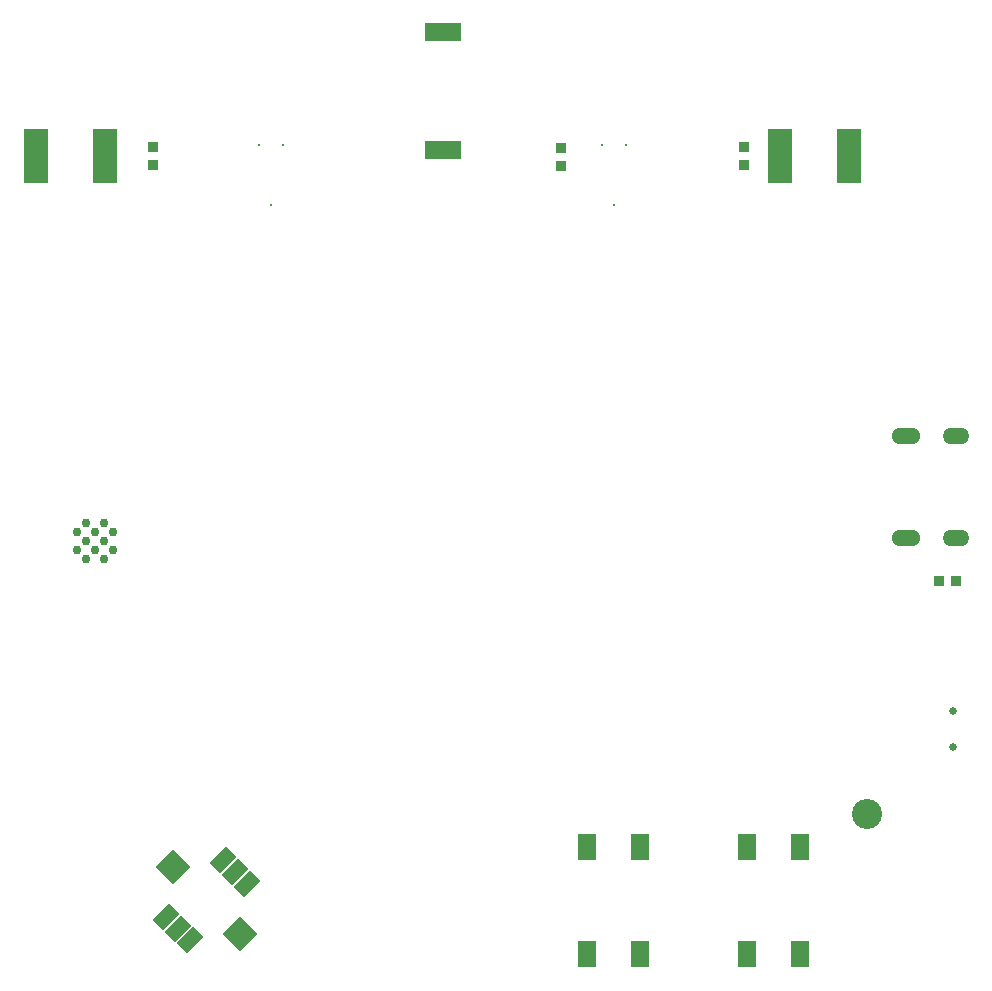
<source format=gts>
G04*
G04 #@! TF.GenerationSoftware,Altium Limited,Altium Designer,22.1.2 (22)*
G04*
G04 Layer_Color=8388736*
%FSLAX25Y25*%
%MOIN*%
G70*
G04*
G04 #@! TF.SameCoordinates,C32A1214-328F-4996-A91D-0F4ED86882B3*
G04*
G04*
G04 #@! TF.FilePolarity,Negative*
G04*
G01*
G75*
%ADD20R,0.12402X0.06102*%
%ADD21R,0.03740X0.03740*%
%ADD22R,0.03740X0.03740*%
%ADD23R,0.08465X0.18307*%
G04:AMPARAMS|DCode=24|XSize=84.65mil|YSize=80.71mil|CornerRadius=0mil|HoleSize=0mil|Usage=FLASHONLY|Rotation=45.000|XOffset=0mil|YOffset=0mil|HoleType=Round|Shape=Rectangle|*
%AMROTATEDRECTD24*
4,1,4,-0.00139,-0.05846,-0.05846,-0.00139,0.00139,0.05846,0.05846,0.00139,-0.00139,-0.05846,0.0*
%
%ADD24ROTATEDRECTD24*%

G04:AMPARAMS|DCode=25|XSize=49.21mil|YSize=78.74mil|CornerRadius=0mil|HoleSize=0mil|Usage=FLASHONLY|Rotation=135.000|XOffset=0mil|YOffset=0mil|HoleType=Round|Shape=Rectangle|*
%AMROTATEDRECTD25*
4,1,4,0.04524,0.01044,-0.01044,-0.04524,-0.04524,-0.01044,0.01044,0.04524,0.04524,0.01044,0.0*
%
%ADD25ROTATEDRECTD25*%

%ADD26R,0.06102X0.08858*%
%ADD27C,0.02953*%
%ADD28C,0.00984*%
%ADD29C,0.02559*%
%ADD30O,0.08858X0.05315*%
%ADD31O,0.09646X0.05315*%
%ADD32C,0.00591*%
%ADD33C,0.10039*%
D20*
X177165Y299213D02*
D03*
Y338583D02*
D03*
D21*
X277559Y294488D02*
D03*
Y300394D02*
D03*
X80709Y294488D02*
D03*
Y300394D02*
D03*
X216535Y300000D02*
D03*
Y294094D02*
D03*
D22*
X348425Y155512D02*
D03*
X342520D02*
D03*
D23*
X64567Y297244D02*
D03*
X41732D02*
D03*
X312598D02*
D03*
X289764D02*
D03*
D24*
X109561Y38077D02*
D03*
X87290Y60348D02*
D03*
D25*
X107890Y58678D02*
D03*
X103993Y62575D02*
D03*
X111788Y54780D02*
D03*
X92857Y35850D02*
D03*
X85062Y43645D02*
D03*
X88960Y39747D02*
D03*
D26*
X296260Y67126D02*
D03*
Y31299D02*
D03*
X278543D02*
D03*
Y67126D02*
D03*
X243110D02*
D03*
Y31299D02*
D03*
X225394D02*
D03*
Y67126D02*
D03*
D27*
X58268Y169055D02*
D03*
Y174961D02*
D03*
Y163150D02*
D03*
X64173Y174961D02*
D03*
Y169055D02*
D03*
Y163150D02*
D03*
X55315Y172008D02*
D03*
Y166102D02*
D03*
X61221Y172008D02*
D03*
Y166102D02*
D03*
X67126Y172008D02*
D03*
Y166102D02*
D03*
D28*
X230252Y301102D02*
D03*
X238252D02*
D03*
X234252Y281102D02*
D03*
X116079Y301102D02*
D03*
X124079D02*
D03*
X120079Y281102D02*
D03*
D29*
X347244Y100394D02*
D03*
Y112205D02*
D03*
D30*
X348130Y170000D02*
D03*
Y204016D02*
D03*
D31*
X331673Y170000D02*
D03*
Y204016D02*
D03*
D32*
X333642Y198386D02*
D03*
Y175630D02*
D03*
X103715Y43923D02*
D03*
X93136Y54502D02*
D03*
D33*
X318618Y77886D02*
D03*
M02*

</source>
